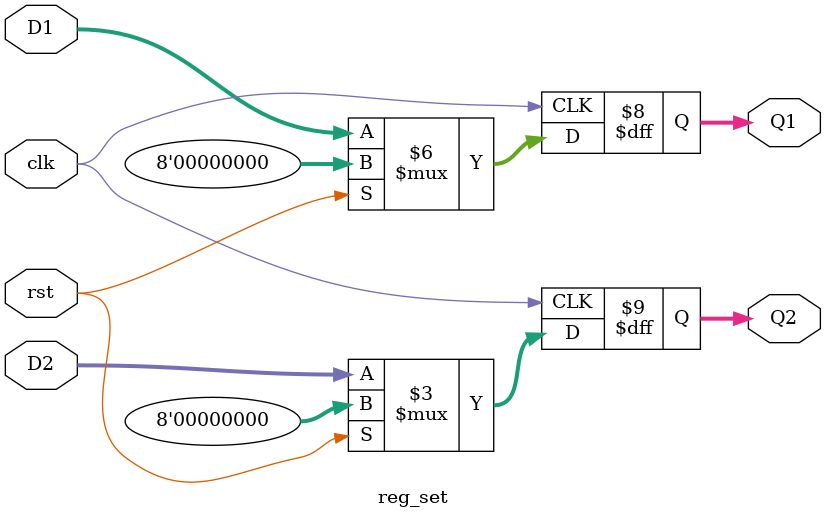
<source format=sv>
module reg_set(Q1, Q2, clk, rst, D1, D2);
  
  input clk, rst;
  input [7:0] D1, D2;
  output reg [7:0] Q1, Q2;
  
  always @(posedge clk)
    
    if(rst)
      
      begin
        Q1 <= 0;
        Q2 <= 0;
      end
  
    else
      
      begin
        Q1 <= D1;
        Q2 <= D2;
      end
  
endmodule

</source>
